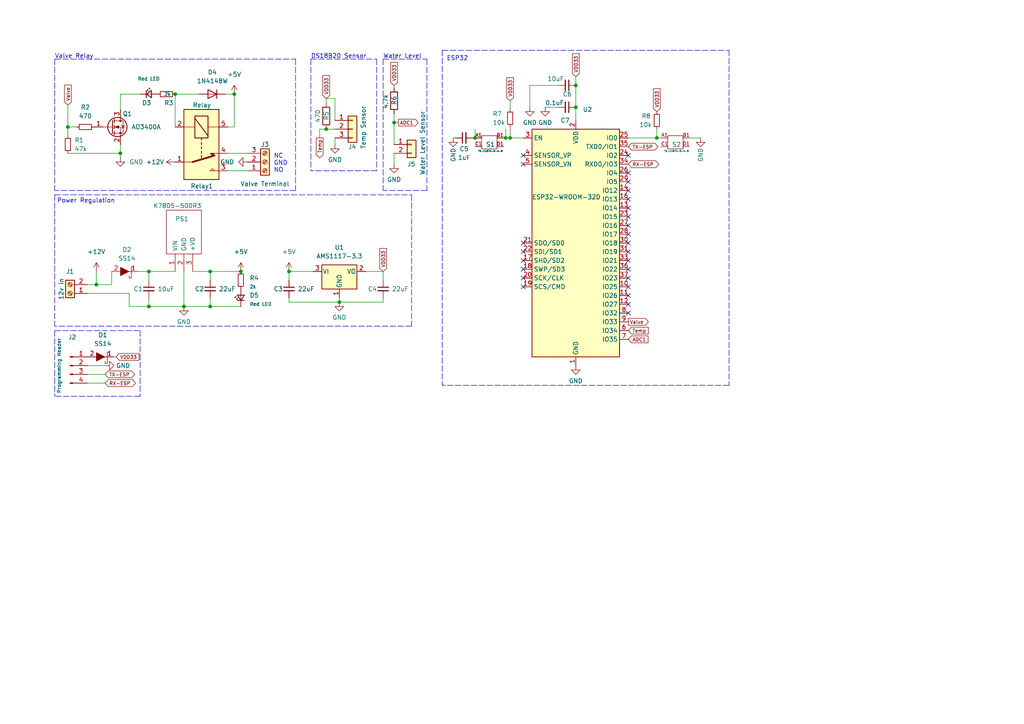
<source format=kicad_sch>
(kicad_sch (version 20211123) (generator eeschema)
  (paper "A4")
  (title_block (title "Wemos tank sensor ") (date "2022-01-26") (rev "1.0"))
  (lib_symbols
    (symbol "Connector:Conn_01x04_Male" (pin_names (offset 1.016) hide)
      (property "Reference" "J" (at 0 5.08 0))
      (property "Value" "Conn_01x04_Male" (at 0 -7.62 0))
      (symbol "Conn_01x04_Male_1_1"
        (polyline (pts (xy 1.27 -5.08) (xy 0.8636 -5.08)) (stroke (width 0.1524)))
        (polyline (pts (xy 1.27 -2.54) (xy 0.8636 -2.54)) (stroke (width 0.1524)))
        (polyline (pts (xy 1.27 0) (xy 0.8636 0)) (stroke (width 0.1524)))
        (polyline (pts (xy 1.27 2.54) (xy 0.8636 2.54)) (stroke (width 0.1524)))
        (rectangle (start 0.8636 -4.953) (end 0 -5.207) (stroke (width 0.1524)) (fill (type outline)))
        (rectangle (start 0.8636 -2.413) (end 0 -2.667) (stroke (width 0.1524)) (fill (type outline)))
        (rectangle (start 0.8636 0.127) (end 0 -0.127) (stroke (width 0.1524)) (fill (type outline)))
        (rectangle (start 0.8636 2.667) (end 0 2.413) (stroke (width 0.1524)) (fill (type outline)))
        (pin passive line (at 5.08 2.54 180) (length 3.81) (name "Pin_1") (number "1"))
        (pin passive line (at 5.08 0 180) (length 3.81) (name "Pin_2") (number "2"))
        (pin passive line (at 5.08 -2.54 180) (length 3.81) (name "Pin_3") (number "3"))
        (pin passive line (at 5.08 -5.08 180) (length 3.81) (name "Pin_4") (number "4"))
      )
    )
    (symbol "Connector:Screw_Terminal_01x02" (pin_names (offset 1.016) hide)
      (property "Reference" "J" (at 0 2.54 0))
      (property "Value" "Screw_Terminal_01x02" (at 0 -5.08 0))
      (symbol "Screw_Terminal_01x02_1_1"
        (rectangle (start -1.27 1.27) (end 1.27 -3.81) (stroke (width 0.254)) (fill (type background)))
        (circle (center 0 -2.54) (radius 0.635) (stroke (width 0.1524)))
        (polyline (pts (xy -0.5334 -2.2098) (xy 0.3302 -3.048)) (stroke (width 0.1524)))
        (polyline (pts (xy -0.5334 0.3302) (xy 0.3302 -0.508)) (stroke (width 0.1524)))
        (polyline (pts (xy -0.3556 -2.032) (xy 0.508 -2.8702)) (stroke (width 0.1524)))
        (polyline (pts (xy -0.3556 0.508) (xy 0.508 -0.3302)) (stroke (width 0.1524)))
        (circle (center 0 0) (radius 0.635) (stroke (width 0.1524)))
        (pin passive line (at -5.08 0 0) (length 3.81) (name "Pin_1") (number "1"))
        (pin passive line (at -5.08 -2.54 0) (length 3.81) (name "Pin_2") (number "2"))
      )
    )
    (symbol "Connector:Screw_Terminal_01x03" (pin_names (offset 1.016) hide)
      (property "Reference" "J" (at 0 5.08 0))
      (property "Value" "Screw_Terminal_01x03" (at 0 -5.08 0))
      (symbol "Screw_Terminal_01x03_1_1"
        (rectangle (start -1.27 3.81) (end 1.27 -3.81) (stroke (width 0.254)) (fill (type background)))
        (circle (center 0 -2.54) (radius 0.635) (stroke (width 0.1524)))
        (polyline (pts (xy -0.5334 -2.2098) (xy 0.3302 -3.048)) (stroke (width 0.1524)))
        (polyline (pts (xy -0.5334 0.3302) (xy 0.3302 -0.508)) (stroke (width 0.1524)))
        (polyline (pts (xy -0.5334 2.8702) (xy 0.3302 2.032)) (stroke (width 0.1524)))
        (polyline (pts (xy -0.3556 -2.032) (xy 0.508 -2.8702)) (stroke (width 0.1524)))
        (polyline (pts (xy -0.3556 0.508) (xy 0.508 -0.3302)) (stroke (width 0.1524)))
        (polyline (pts (xy -0.3556 3.048) (xy 0.508 2.2098)) (stroke (width 0.1524)))
        (circle (center 0 0) (radius 0.635) (stroke (width 0.1524)))
        (circle (center 0 2.54) (radius 0.635) (stroke (width 0.1524)))
        (pin passive line (at -5.08 2.54 0) (length 3.81) (name "Pin_1") (number "1"))
        (pin passive line (at -5.08 0 0) (length 3.81) (name "Pin_2") (number "2"))
        (pin passive line (at -5.08 -2.54 0) (length 3.81) (name "Pin_3") (number "3"))
      )
    )
    (symbol "Connector_Generic:Conn_01x02" (pin_names (offset 1.016) hide)
      (property "Reference" "J" (at 0 2.54 0))
      (property "Value" "Conn_01x02" (at 0 -5.08 0))
      (symbol "Conn_01x02_1_1"
        (rectangle (start -1.27 -2.413) (end 0 -2.667) (stroke (width 0.1524)))
        (rectangle (start -1.27 0.127) (end 0 -0.127) (stroke (width 0.1524)))
        (rectangle (start -1.27 1.27) (end 1.27 -3.81) (stroke (width 0.254)) (fill (type background)))
        (pin passive line (at -5.08 0 0) (length 3.81) (name "Pin_1") (number "1"))
        (pin passive line (at -5.08 -2.54 0) (length 3.81) (name "Pin_2") (number "2"))
      )
    )
    (symbol "Connector_Generic:Conn_01x03" (pin_names (offset 1.016) hide)
      (property "Reference" "J" (at 0 5.08 0))
      (property "Value" "Conn_01x03" (at 0 -5.08 0))
      (symbol "Conn_01x03_1_1"
        (rectangle (start -1.27 -2.413) (end 0 -2.667) (stroke (width 0.1524)))
        (rectangle (start -1.27 0.127) (end 0 -0.127) (stroke (width 0.1524)))
        (rectangle (start -1.27 2.667) (end 0 2.413) (stroke (width 0.1524)))
        (rectangle (start -1.27 3.81) (end 1.27 -3.81) (stroke (width 0.254)) (fill (type background)))
        (pin passive line (at -5.08 2.54 0) (length 3.81) (name "Pin_1") (number "1"))
        (pin passive line (at -5.08 0 0) (length 3.81) (name "Pin_2") (number "2"))
        (pin passive line (at -5.08 -2.54 0) (length 3.81) (name "Pin_3") (number "3"))
      )
    )
    (symbol "Device:C_Small" (pin_numbers hide) (pin_names (offset 0.254) hide)
      (property "Reference" "C" (at 0.254 1.778 0))
      (property "Value" "C_Small" (at 0.254 -2.032 0))
      (symbol "C_Small_0_1"
        (polyline (pts (xy -1.524 -0.508) (xy 1.524 -0.508)) (stroke (width 0.3302)))
        (polyline (pts (xy -1.524 0.508) (xy 1.524 0.508)) (stroke (width 0.3048)))
      )
      (symbol "C_Small_1_1"
        (pin passive line (at 0 2.54 270) (length 2.032) (name "~") (number "1"))
        (pin passive line (at 0 -2.54 90) (length 2.032) (name "~") (number "2"))
      )
    )
    (symbol "Device:LED_Small" (pin_numbers hide) (pin_names (offset 0.254) hide)
      (property "Reference" "D" (at -1.27 3.175 0))
      (property "Value" "LED_Small" (at -4.445 -2.54 0))
      (symbol "LED_Small_0_1"
        (polyline (pts (xy -0.762 -1.016) (xy -0.762 1.016)) (stroke (width 0.254)))
        (polyline (pts (xy 1.016 0) (xy -0.762 0)))
        (polyline (pts (xy 0.762 -1.016) (xy -0.762 0) (xy 0.762 1.016) (xy 0.762 -1.016)) (stroke (width 0.254)))
        (polyline (pts (xy 0 0.762) (xy -0.508 1.27) (xy -0.254 1.27) (xy -0.508 1.27) (xy -0.508 1.016)))
        (polyline (pts (xy 0.508 1.27) (xy 0 1.778) (xy 0.254 1.778) (xy 0 1.778) (xy 0 1.524)))
      )
      (symbol "LED_Small_1_1"
        (pin passive line (at -2.54 0 0) (length 1.778) (name "K") (number "1"))
        (pin passive line (at 2.54 0 180) (length 1.778) (name "A") (number "2"))
      )
    )
    (symbol "Device:R" (pin_numbers hide) (pin_names (offset 0))
      (property "Reference" "R" (at 2.032 0 90))
      (property "Value" "R" (at 0 0 90))
      (symbol "R_0_1"
        (rectangle (start -1.016 -2.54) (end 1.016 2.54) (stroke (width 0.254)))
      )
      (symbol "R_1_1"
        (pin passive line (at 0 3.81 270) (length 1.27) (name "~") (number "1"))
        (pin passive line (at 0 -3.81 90) (length 1.27) (name "~") (number "2"))
      )
    )
    (symbol "Device:R_Small" (pin_numbers hide) (pin_names (offset 0.254) hide)
      (property "Reference" "R" (at 0.762 0.508 0))
      (property "Value" "R_Small" (at 0.762 -1.016 0))
      (symbol "R_Small_0_1"
        (rectangle (start -0.762 1.778) (end 0.762 -1.778) (stroke (width 0.2032)))
      )
      (symbol "R_Small_1_1"
        (pin passive line (at 0 2.54 270) (length 0.762) (name "~") (number "1"))
        (pin passive line (at 0 -2.54 90) (length 0.762) (name "~") (number "2"))
      )
    )
    (symbol "Diode:1N4148W" (pin_numbers hide) (pin_names (offset 1.016) hide)
      (property "Reference" "D" (at 0 2.54 0))
      (property "Value" "1N4148W" (at 0 -2.54 0))
      (symbol "1N4148W_0_1"
        (polyline (pts (xy -1.27 1.27) (xy -1.27 -1.27)) (stroke (width 0.254)))
        (polyline (pts (xy 1.27 0) (xy -1.27 0)))
        (polyline (pts (xy 1.27 1.27) (xy 1.27 -1.27) (xy -1.27 0) (xy 1.27 1.27)) (stroke (width 0.254)))
      )
      (symbol "1N4148W_1_1"
        (pin passive line (at -3.81 0 0) (length 2.54) (name "K") (number "1"))
        (pin passive line (at 3.81 0 180) (length 2.54) (name "A") (number "2"))
      )
    )
    (symbol "RF_Module:ESP32-WROOM-32D"
      (property "Reference" "U" (at -12.7 34.29 0))
      (property "Value" "ESP32-WROOM-32D" (at 1.27 34.29 0))
      (symbol "ESP32-WROOM-32D_0_1"
        (rectangle (start -12.7 33.02) (end 12.7 -33.02) (stroke (width 0.254)) (fill (type background)))
      )
      (symbol "ESP32-WROOM-32D_1_1"
        (pin power_in line (at 0 -35.56 90) (length 2.54) (name "GND") (number "1"))
        (pin bidirectional line (at 15.24 -12.7 180) (length 2.54) (name "IO25") (number "10"))
        (pin bidirectional line (at 15.24 -15.24 180) (length 2.54) (name "IO26") (number "11"))
        (pin bidirectional line (at 15.24 -17.78 180) (length 2.54) (name "IO27") (number "12"))
        (pin bidirectional line (at 15.24 10.16 180) (length 2.54) (name "IO14") (number "13"))
        (pin bidirectional line (at 15.24 15.24 180) (length 2.54) (name "IO12") (number "14"))
        (pin passive line (at 0 -35.56 90) (length 2.54) hide (name "GND") (number "15"))
        (pin bidirectional line (at 15.24 12.7 180) (length 2.54) (name "IO13") (number "16"))
        (pin bidirectional line (at -15.24 -5.08 0) (length 2.54) (name "SHD/SD2") (number "17"))
        (pin bidirectional line (at -15.24 -7.62 0) (length 2.54) (name "SWP/SD3") (number "18"))
        (pin bidirectional line (at -15.24 -12.7 0) (length 2.54) (name "SCS/CMD") (number "19"))
        (pin power_in line (at 0 35.56 270) (length 2.54) (name "VDD") (number "2"))
        (pin bidirectional line (at -15.24 -10.16 0) (length 2.54) (name "SCK/CLK") (number "20"))
        (pin bidirectional line (at -15.24 0 0) (length 2.54) (name "SDO/SD0") (number "21"))
        (pin bidirectional line (at -15.24 -2.54 0) (length 2.54) (name "SDI/SD1") (number "22"))
        (pin bidirectional line (at 15.24 7.62 180) (length 2.54) (name "IO15") (number "23"))
        (pin bidirectional line (at 15.24 25.4 180) (length 2.54) (name "IO2") (number "24"))
        (pin bidirectional line (at 15.24 30.48 180) (length 2.54) (name "IO0") (number "25"))
        (pin bidirectional line (at 15.24 20.32 180) (length 2.54) (name "IO4") (number "26"))
        (pin bidirectional line (at 15.24 5.08 180) (length 2.54) (name "IO16") (number "27"))
        (pin bidirectional line (at 15.24 2.54 180) (length 2.54) (name "IO17") (number "28"))
        (pin bidirectional line (at 15.24 17.78 180) (length 2.54) (name "IO5") (number "29"))
        (pin input line (at -15.24 30.48 0) (length 2.54) (name "EN") (number "3"))
        (pin bidirectional line (at 15.24 0 180) (length 2.54) (name "IO18") (number "30"))
        (pin bidirectional line (at 15.24 -2.54 180) (length 2.54) (name "IO19") (number "31"))
        (pin no_connect line (at -12.7 -27.94 0) (length 2.54) hide (name "NC") (number "32"))
        (pin bidirectional line (at 15.24 -5.08 180) (length 2.54) (name "IO21") (number "33"))
        (pin bidirectional line (at 15.24 22.86 180) (length 2.54) (name "RXD0/IO3") (number "34"))
        (pin bidirectional line (at 15.24 27.94 180) (length 2.54) (name "TXD0/IO1") (number "35"))
        (pin bidirectional line (at 15.24 -7.62 180) (length 2.54) (name "IO22") (number "36"))
        (pin bidirectional line (at 15.24 -10.16 180) (length 2.54) (name "IO23") (number "37"))
        (pin passive line (at 0 -35.56 90) (length 2.54) hide (name "GND") (number "38"))
        (pin passive line (at 0 -35.56 90) (length 2.54) hide (name "GND") (number "39"))
        (pin input line (at -15.24 25.4 0) (length 2.54) (name "SENSOR_VP") (number "4"))
        (pin input line (at -15.24 22.86 0) (length 2.54) (name "SENSOR_VN") (number "5"))
        (pin input line (at 15.24 -25.4 180) (length 2.54) (name "IO34") (number "6"))
        (pin input line (at 15.24 -27.94 180) (length 2.54) (name "IO35") (number "7"))
        (pin bidirectional line (at 15.24 -20.32 180) (length 2.54) (name "IO32") (number "8"))
        (pin bidirectional line (at 15.24 -22.86 180) (length 2.54) (name "IO33") (number "9"))
      )
    )
    (symbol "Regulator_Linear:AMS1117-3.3" (pin_names (offset 0.254))
      (property "Reference" "U" (at -3.81 3.175 0))
      (property "Value" "AMS1117-3.3" (at 0 3.175 0))
      (symbol "AMS1117-3.3_0_1"
        (rectangle (start -5.08 -5.08) (end 5.08 1.905) (stroke (width 0.254)) (fill (type background)))
      )
      (symbol "AMS1117-3.3_1_1"
        (pin power_in line (at 0 -7.62 90) (length 2.54) (name "GND") (number "1"))
        (pin power_out line (at 7.62 0 180) (length 2.54) (name "VO") (number "2"))
        (pin power_in line (at -7.62 0 0) (length 2.54) (name "VI") (number "3"))
      )
    )
    (symbol "Relay:SANYOU_SRD_Form_C"
      (property "Reference" "K" (at 11.43 3.81 0))
      (property "Value" "SANYOU_SRD_Form_C" (at 11.43 1.27 0))
      (symbol "SANYOU_SRD_Form_C_0_0"
        (polyline (pts (xy 7.62 5.08) (xy 7.62 2.54) (xy 6.985 3.175) (xy 7.62 3.81)))
      )
      (symbol "SANYOU_SRD_Form_C_0_1"
        (rectangle (start -10.16 5.08) (end 10.16 -5.08) (stroke (width 0.254)) (fill (type background)))
        (rectangle (start -8.255 1.905) (end -1.905 -1.905) (stroke (width 0.254)))
        (polyline (pts (xy -7.62 -1.905) (xy -2.54 1.905)) (stroke (width 0.254)))
        (polyline (pts (xy -5.08 -5.08) (xy -5.08 -1.905)))
        (polyline (pts (xy -5.08 5.08) (xy -5.08 1.905)))
        (polyline (pts (xy -1.905 0) (xy -1.27 0)) (stroke (width 0.254)))
        (polyline (pts (xy -0.635 0) (xy 0 0)) (stroke (width 0.254)))
        (polyline (pts (xy 0.635 0) (xy 1.27 0)) (stroke (width 0.254)))
        (polyline (pts (xy 1.905 0) (xy 2.54 0)) (stroke (width 0.254)))
        (polyline (pts (xy 3.175 0) (xy 3.81 0)) (stroke (width 0.254)))
        (polyline (pts (xy 5.08 -2.54) (xy 3.175 3.81)) (stroke (width 0.508)))
        (polyline (pts (xy 5.08 -2.54) (xy 5.08 -5.08)))
      )
      (symbol "SANYOU_SRD_Form_C_1_1"
        (polyline (pts (xy 2.54 3.81) (xy 3.175 3.175) (xy 2.54 2.54) (xy 2.54 5.08)) (fill (type outline)))
        (pin passive line (at 5.08 -7.62 90) (length 2.54) (name "~") (number "1"))
        (pin passive line (at -5.08 -7.62 90) (length 2.54) (name "~") (number "2"))
        (pin passive line (at 7.62 7.62 270) (length 2.54) (name "~") (number "3"))
        (pin passive line (at 2.54 7.62 270) (length 2.54) (name "~") (number "4"))
        (pin passive line (at -5.08 7.62 270) (length 2.54) (name "~") (number "5"))
      )
    )
    (symbol "SamacSys_Parts:K7805-500R3" (pin_names (offset 0.762))
      (property "Reference" "PS" (at 19.05 7.62 0))
      (property "Value" "K7805-500R3" (at 19.05 5.08 0))
      (symbol "K7805-500R3_0_0"
        (pin passive line (at 0 0 0) (length 5.08) (name "VIN") (number "1"))
        (pin passive line (at 0 -2.54 0) (length 5.08) (name "GND") (number "2"))
        (pin passive line (at 0 -5.08 0) (length 5.08) (name "+VO") (number "3"))
      )
      (symbol "K7805-500R3_0_1"
        (polyline (pts (xy 5.08 2.54) (xy 17.78 2.54) (xy 17.78 -7.62) (xy 5.08 -7.62) (xy 5.08 2.54)) (stroke (width 0.1524)))
      )
    )
    (symbol "SamacSys_Parts:SS14" (pin_names (offset 0.762))
      (property "Reference" "D" (at 12.7 8.89 0))
      (property "Value" "SS14" (at 12.7 6.35 0))
      (symbol "SS14_0_0"
        (pin passive line (at 1.27 11.43 0) (length 2.54) (name "~") (number "1"))
        (pin passive line (at 8.89 11.43 180) (length 2.54) (name "~") (number "2"))
      )
      (symbol "SS14_0_1"
        (polyline (pts (xy 3.175 11.43) (xy 3.175 10.16) (xy 2.54 10.16) (xy 2.54 10.795)))
        (polyline (pts (xy 3.175 11.43) (xy 3.175 13.335) (xy 3.81 13.335) (xy 3.81 12.7)))
        (polyline (pts (xy 3.81 11.43) (xy 6.35 12.7) (xy 6.35 10.16) (xy 3.81 11.43)) (stroke (width 0.1)) (fill (type outline)))
      )
    )
    (symbol "TS-1187A-B-A-B:TS-1187A-B-A-B" (pin_names (offset 0.762))
      (property "Reference" "S?" (at 15.24 8.255 0))
      (property "Value" "TS-1187A-B-A-B" (at 15.24 5.715 0))
      (symbol "TS-1187A-B-A-B_0_0"
        (pin passive line (at 6.985 1.905 0) (length 2) (name "") (number "A1"))
        (pin passive line (at 15.24 1.905 180) (length 2) (name "") (number "B1"))
        (pin passive line (at 6.985 -0.635 0) (length 2) (name "") (number "C1"))
        (pin passive line (at 15.24 -0.635 180) (length 2) (name "") (number "D1"))
      )
      (symbol "TS-1187A-B-A-B_0_1"
        (rectangle (start 8.89 2.54) (end 13.335 -1.27))
      )
    )
    (symbol "Transistor_FET:AO3400A" (pin_names hide)
      (property "Reference" "Q" (at 5.08 1.905 0))
      (property "Value" "AO3400A" (at 5.08 0 0))
      (symbol "AO3400A_0_1"
        (polyline (pts (xy 0.254 0) (xy -2.54 0)))
        (polyline (pts (xy 0.254 1.905) (xy 0.254 -1.905)) (stroke (width 0.254)))
        (polyline (pts (xy 0.762 -1.27) (xy 0.762 -2.286)) (stroke (width 0.254)))
        (polyline (pts (xy 0.762 0.508) (xy 0.762 -0.508)) (stroke (width 0.254)))
        (polyline (pts (xy 0.762 2.286) (xy 0.762 1.27)) (stroke (width 0.254)))
        (polyline (pts (xy 2.54 2.54) (xy 2.54 1.778)))
        (polyline (pts (xy 2.54 -2.54) (xy 2.54 0) (xy 0.762 0)))
        (polyline (pts (xy 0.762 -1.778) (xy 3.302 -1.778) (xy 3.302 1.778) (xy 0.762 1.778)))
        (polyline (pts (xy 1.016 0) (xy 2.032 0.381) (xy 2.032 -0.381) (xy 1.016 0)) (fill (type outline)))
        (polyline (pts (xy 2.794 0.508) (xy 2.921 0.381) (xy 3.683 0.381) (xy 3.81 0.254)))
        (polyline (pts (xy 3.302 0.381) (xy 2.921 -0.254) (xy 3.683 -0.254) (xy 3.302 0.381)))
        (circle (center 1.651 0) (radius 2.794) (stroke (width 0.254)))
        (circle (center 2.54 -1.778) (radius 0.254) (fill (type outline)))
        (circle (center 2.54 1.778) (radius 0.254) (fill (type outline)))
      )
      (symbol "AO3400A_1_1"
        (pin input line (at -5.08 0 0) (length 2.54) (name "G") (number "1"))
        (pin passive line (at 2.54 -5.08 90) (length 2.54) (name "S") (number "2"))
        (pin passive line (at 2.54 5.08 270) (length 2.54) (name "D") (number "3"))
      )
    )
    (symbol "power:+12V" (power) (pin_names (offset 0))
      (property "Value" "+12V" (at 0 3.556 0))
      (symbol "+12V_0_1"
        (polyline (pts (xy -0.762 1.27) (xy 0 2.54)))
        (polyline (pts (xy 0 0) (xy 0 2.54)))
        (polyline (pts (xy 0 2.54) (xy 0.762 1.27)))
      )
      (symbol "+12V_1_1"
        (pin power_in line (at 0 0 90) (length 0) hide (name "+12V") (number "1"))
      )
    )
    (symbol "power:+5V" (power) (pin_names (offset 0))
      (property "Value" "+5V" (at 0 3.556 0))
      (symbol "+5V_0_1"
        (polyline (pts (xy -0.762 1.27) (xy 0 2.54)))
        (polyline (pts (xy 0 0) (xy 0 2.54)))
        (polyline (pts (xy 0 2.54) (xy 0.762 1.27)))
      )
      (symbol "+5V_1_1"
        (pin power_in line (at 0 0 90) (length 0) hide (name "+5V") (number "1"))
      )
    )
    (symbol "power:GND" (power) (pin_names (offset 0))
      (property "Value" "GND" (at 0 -3.81 0))
      (symbol "GND_0_1"
        (polyline (pts (xy 0 0) (xy 0 -1.27) (xy 1.27 -1.27) (xy 0 -2.54) (xy -1.27 -1.27) (xy 0 -1.27)))
      )
      (symbol "GND_1_1"
        (pin power_in line (at 0 0 270) (length 0) hide (name "GND") (number "1"))
      )
    )
  )
  (junction (at 60.96 88.9))
  (junction (at 146.685 40.005))
  (junction (at 67.945 27.305))
  (junction (at 50.8 27.305))
  (junction (at 43.18 88.9))
  (junction (at 43.18 78.74))
  (junction (at 94.615 37.465))
  (junction (at 147.955 40.005))
  (junction (at 190.5 40.005))
  (junction (at 34.925 44.45))
  (junction (at 167.005 24.765))
  (junction (at 19.685 36.83))
  (junction (at 98.425 87.63))
  (junction (at 137.795 40.005))
  (junction (at 83.82 78.74))
  (junction (at 167.005 31.115))
  (junction (at 53.34 88.9))
  (junction (at 27.94 82.55))
  (junction (at 60.96 78.74))
  (junction (at 114.3 35.56))
  (junction (at 69.85 78.74))
  (no_connect (at 151.765 47.625))
  (no_connect (at 151.765 83.185))
  (no_connect (at 151.765 80.645))
  (no_connect (at 151.765 78.105))
  (no_connect (at 151.765 75.565))
  (no_connect (at 151.765 73.025))
  (no_connect (at 151.765 70.485))
  (no_connect (at 182.245 83.185))
  (no_connect (at 182.245 85.725))
  (no_connect (at 182.245 88.265))
  (no_connect (at 182.245 90.805))
  (no_connect (at 182.245 65.405))
  (no_connect (at 182.245 67.945))
  (no_connect (at 182.245 70.485))
  (no_connect (at 182.245 73.025))
  (no_connect (at 182.245 75.565))
  (no_connect (at 182.245 78.105))
  (no_connect (at 182.245 80.645))
  (no_connect (at 151.765 45.085))
  (no_connect (at 182.245 57.785))
  (no_connect (at 182.245 60.325))
  (no_connect (at 182.245 62.865))
  (no_connect (at 182.245 50.165))
  (no_connect (at 182.245 52.705))
  (no_connect (at 182.245 55.245))
  (no_connect (at 182.245 45.085))
  (wire (pts (xy 111.125 78.74) (xy 111.125 81.28)))
  (wire (pts (xy 131.445 40.005) (xy 132.08 40.005)))
  (polyline (pts (xy 40.64 114.935) (xy 15.875 114.935)))
  (polyline (pts (xy 128.27 14.605) (xy 128.27 111.76)))
  (wire (pts (xy 83.82 87.63) (xy 98.425 87.63)))
  (polyline (pts (xy 15.875 56.515) (xy 119.38 56.515)))
  (wire (pts (xy 66.04 49.53) (xy 71.755 49.53)))
  (wire (pts (xy 32.385 78.74) (xy 32.385 82.55)))
  (wire (pts (xy 55.88 78.74) (xy 60.96 78.74)))
  (wire (pts (xy 158.115 31.115) (xy 161.925 31.115)))
  (wire (pts (xy 182.245 40.005) (xy 190.5 40.005)))
  (wire (pts (xy 34.925 27.305) (xy 34.925 31.75)))
  (wire (pts (xy 40.005 78.74) (xy 43.18 78.74)))
  (wire (pts (xy 114.3 25.4) (xy 114.3 24.765)))
  (wire (pts (xy 200.025 40.005) (xy 203.2 40.005)))
  (wire (pts (xy 27.94 78.74) (xy 27.94 82.55)))
  (wire (pts (xy 98.425 86.36) (xy 98.425 87.63)))
  (wire (pts (xy 25.4 106.045) (xy 30.48 106.045)))
  (polyline (pts (xy 15.875 17.145) (xy 85.725 17.145)))
  (wire (pts (xy 34.925 44.45) (xy 34.925 45.72)))
  (wire (pts (xy 146.685 40.005) (xy 147.955 40.005)))
  (wire (pts (xy 146.05 40.005) (xy 146.685 40.005)))
  (wire (pts (xy 67.945 27.305) (xy 67.945 36.83)))
  (polyline (pts (xy 123.825 55.245) (xy 111.125 55.245)))
  (wire (pts (xy 43.18 88.9) (xy 53.34 88.9)))
  (polyline (pts (xy 119.38 56.515) (xy 119.38 94.615)))
  (wire (pts (xy 37.465 88.9) (xy 43.18 88.9)))
  (polyline (pts (xy 90.17 17.145) (xy 109.22 17.145)))
  (wire (pts (xy 40.64 27.305) (xy 34.925 27.305)))
  (polyline (pts (xy 111.125 17.145) (xy 123.825 17.145)))
  (wire (pts (xy 83.82 78.74) (xy 83.82 81.28)))
  (wire (pts (xy 92.71 40.005) (xy 92.71 37.465)))
  (wire (pts (xy 167.005 24.765) (xy 167.005 31.115)))
  (wire (pts (xy 60.96 78.74) (xy 69.85 78.74)))
  (wire (pts (xy 83.82 86.36) (xy 83.82 87.63)))
  (wire (pts (xy 53.34 78.74) (xy 53.34 88.9)))
  (wire (pts (xy 33.02 103.505) (xy 33.655 103.505)))
  (wire (pts (xy 19.685 30.48) (xy 19.685 36.83)))
  (wire (pts (xy 43.18 86.36) (xy 43.18 88.9)))
  (wire (pts (xy 43.18 78.74) (xy 50.8 78.74)))
  (polyline (pts (xy 109.22 17.145) (xy 109.22 49.53)))
  (polyline (pts (xy 15.875 56.515) (xy 15.875 94.615)))
  (wire (pts (xy 50.8 27.305) (xy 50.8 36.83)))
  (wire (pts (xy 114.3 35.56) (xy 114.3 41.91)))
  (wire (pts (xy 30.48 108.585) (xy 25.4 108.585)))
  (wire (pts (xy 32.385 82.55) (xy 27.94 82.55)))
  (wire (pts (xy 66.04 44.45) (xy 71.755 44.45)))
  (polyline (pts (xy 119.38 94.615) (xy 15.875 94.615)))
  (wire (pts (xy 167.005 31.115) (xy 167.005 34.925)))
  (wire (pts (xy 94.615 28.575) (xy 94.615 29.845)))
  (wire (pts (xy 43.18 81.28) (xy 43.18 78.74)))
  (wire (pts (xy 147.955 36.83) (xy 147.955 40.005)))
  (wire (pts (xy 60.96 86.36) (xy 60.96 88.9)))
  (wire (pts (xy 111.125 87.63) (xy 111.125 86.36)))
  (polyline (pts (xy 90.17 17.145) (xy 90.17 49.53)))
  (polyline (pts (xy 85.725 55.245) (xy 15.875 55.245)))
  (wire (pts (xy 67.945 36.83) (xy 66.04 36.83)))
  (polyline (pts (xy 40.64 95.885) (xy 40.64 114.935)))
  (wire (pts (xy 19.685 39.37) (xy 19.685 36.83)))
  (wire (pts (xy 114.3 35.56) (xy 115.57 35.56)))
  (wire (pts (xy 94.615 37.465) (xy 97.155 37.465)))
  (wire (pts (xy 19.685 36.83) (xy 22.225 36.83)))
  (wire (pts (xy 37.465 85.09) (xy 37.465 88.9)))
  (wire (pts (xy 137.16 40.005) (xy 137.795 40.005)))
  (wire (pts (xy 60.96 88.9) (xy 53.34 88.9)))
  (wire (pts (xy 147.955 40.005) (xy 151.765 40.005)))
  (wire (pts (xy 106.045 78.74) (xy 111.125 78.74)))
  (wire (pts (xy 146.685 40.005) (xy 146.685 37.465)))
  (wire (pts (xy 94.615 28.575) (xy 97.155 28.575)))
  (wire (pts (xy 97.155 28.575) (xy 97.155 34.925)))
  (polyline (pts (xy 211.455 14.605) (xy 211.455 111.76)))
  (wire (pts (xy 114.3 44.45) (xy 114.3 47.625)))
  (wire (pts (xy 147.955 29.21) (xy 147.955 31.75)))
  (wire (pts (xy 190.5 40.005) (xy 191.77 40.005)))
  (wire (pts (xy 190.5 37.465) (xy 190.5 40.005)))
  (wire (pts (xy 97.155 41.91) (xy 97.155 40.005)))
  (wire (pts (xy 19.685 44.45) (xy 34.925 44.45)))
  (wire (pts (xy 153.67 24.765) (xy 153.67 31.115)))
  (wire (pts (xy 98.425 87.63) (xy 111.125 87.63)))
  (wire (pts (xy 114.3 33.02) (xy 114.3 35.56)))
  (wire (pts (xy 83.82 78.74) (xy 90.805 78.74)))
  (wire (pts (xy 25.4 82.55) (xy 27.94 82.55)))
  (wire (pts (xy 137.795 37.465) (xy 137.795 40.005)))
  (polyline (pts (xy 85.725 17.145) (xy 85.725 55.245)))
  (wire (pts (xy 25.4 85.09) (xy 37.465 85.09)))
  (wire (pts (xy 69.85 88.9) (xy 60.96 88.9)))
  (wire (pts (xy 92.71 37.465) (xy 94.615 37.465)))
  (polyline (pts (xy 211.455 111.76) (xy 128.27 111.76)))
  (wire (pts (xy 30.48 111.125) (xy 25.4 111.125)))
  (wire (pts (xy 60.96 81.28) (xy 60.96 78.74)))
  (polyline (pts (xy 111.125 17.145) (xy 111.125 55.245)))
  (wire (pts (xy 161.925 24.765) (xy 153.67 24.765)))
  (wire (pts (xy 34.925 41.91) (xy 34.925 44.45)))
  (wire (pts (xy 50.8 27.305) (xy 57.785 27.305)))
  (polyline (pts (xy 15.875 95.885) (xy 15.875 114.935)))
  (polyline (pts (xy 128.27 14.605) (xy 211.455 14.605)))
  (wire (pts (xy 167.005 22.225) (xy 167.005 24.765)))
  (polyline (pts (xy 15.875 17.145) (xy 15.875 55.245)))
  (wire (pts (xy 65.405 27.305) (xy 67.945 27.305)))
  (polyline (pts (xy 15.875 95.885) (xy 40.64 95.885)))
  (polyline (pts (xy 109.22 49.53) (xy 90.17 49.53)))
  (polyline (pts (xy 123.825 17.145) (xy 123.825 55.245)))
  (text "DS18B20 Sensor\n" (at 90.17 17.145 0) (effects (font (size 1.27 1.27)) (justify left bottom)))
  (text "NC\nGND\nNO" (at 79.375 50.165 0) (effects (font (size 1.27 1.27)) (justify left bottom)))
  (text "Water Level" (at 111.125 17.145 0) (effects (font (size 1.27 1.27)) (justify left bottom)))
  (text "Power Regulation\n" (at 16.51 59.055 0) (effects (font (size 1.27 1.27)) (justify left bottom)))
  (text "ESP32\n" (at 129.54 17.78 0) (effects (font (size 1.27 1.27)) (justify left bottom)))
  (text "Valve Relay" (at 15.875 17.145 0) (effects (font (size 1.27 1.27)) (justify left bottom)))
  (global_label "Temp" (shape output) (at 92.71 40.005 270) (effects (font (size 1 1))) (property "Intersheet References" "${INTERSHEET_REFS}" (effects hide)))
  (global_label "ADC1" (shape input) (at 182.245 98.425 0) (effects (font (size 1 1))) (property "Intersheet References" "${INTERSHEET_REFS}" (effects hide)))
  (global_label "Valve" (shape input) (at 19.685 30.48 90) (effects (font (size 1 1))) (property "Intersheet References" "${INTERSHEET_REFS}" (effects hide)))
  (global_label "Temp" (shape input) (at 182.245 95.885 0) (effects (font (size 1 1))) (property "Intersheet References" "${INTERSHEET_REFS}" (effects hide)))
  (global_label "VDD33" (shape input) (at 111.125 78.74 90) (effects (font (size 1 1))) (property "Intersheet References" "${INTERSHEET_REFS}" (effects hide)))
  (global_label "RX-ESP" (shape bidirectional) (at 30.48 111.125 0) (effects (font (size 1 1))) (property "Intersheet References" "${INTERSHEET_REFS}" (effects hide)))
  (global_label "TX-ESP" (shape bidirectional) (at 30.48 108.585 0) (effects (font (size 1 1))) (property "Intersheet References" "${INTERSHEET_REFS}" (effects hide)))
  (global_label "RX-ESP" (shape bidirectional) (at 182.245 47.625 0) (effects (font (size 1 1))) (property "Intersheet References" "${INTERSHEET_REFS}" (effects hide)))
  (global_label "VDD33" (shape input) (at 33.655 103.505 0) (effects (font (size 1 1))) (property "Intersheet References" "${INTERSHEET_REFS}" (effects hide)))
  (global_label "TX-ESP" (shape bidirectional) (at 182.245 42.545 0) (effects (font (size 1 1))) (property "Intersheet References" "${INTERSHEET_REFS}" (effects hide)))
  (global_label "ADC1" (shape output) (at 115.57 35.56 0) (effects (font (size 1 1))) (property "Intersheet References" "${INTERSHEET_REFS}" (effects hide)))
  (global_label "Valve" (shape output) (at 182.245 93.345 0) (effects (font (size 1 1))) (property "Intersheet References" "${INTERSHEET_REFS}" (effects hide)))
  (global_label "VDD33" (shape input) (at 147.955 29.21 90) (effects (font (size 1 1))) (property "Intersheet References" "${INTERSHEET_REFS}" (effects hide)))
  (global_label "VDD33" (shape input) (at 167.005 22.225 90) (effects (font (size 1 1))) (property "Intersheet References" "${INTERSHEET_REFS}" (effects hide)))
  (global_label "VDD33" (shape input) (at 190.5 32.385 90) (effects (font (size 1 1))) (property "Intersheet References" "${INTERSHEET_REFS}" (effects hide)))
  (global_label "VDD33" (shape input) (at 94.615 28.575 90) (effects (font (size 1 1))) (property "Intersheet References" "${INTERSHEET_REFS}" (effects hide)))
  (global_label "VDD33" (shape input) (at 114.3 24.765 90) (effects (font (size 1 1))) (property "Intersheet References" "${INTERSHEET_REFS}" (effects hide)))
  (symbol (lib_id "Device:LED_Small") (at 69.85 86.36 90) (unit 1)
    (property "Reference" "D5" (at 72.39 85.6614 90) (effects (justify right)))
    (property "Value" "Red LED" (at 72.39 88.2015 90) (effects (font (size 1 1)) (justify right)))
    (property "Footprint" "LED_SMD:LED_0805_2012Metric" (effects hide))
  )
  (symbol (lib_id "Relay:SANYOU_SRD_Form_C") (at 58.42 41.91 270) (unit 1)
    (property "Reference" "Relay1" (at 55.245 53.975 90) (effects (justify left)))
    (property "Value" "Relay" (at 55.88 30.48 90) (effects (justify left)))
    (property "Footprint" "Relay_THT:Relay_SPDT_SANYOU_SRD_Series_Form_C" (effects hide))
    (property "Datasheet" "http://www.sanyourelay.ca/public/products/pdf/SRD.pdf" (effects hide))
  )
  (symbol (lib_id "Transistor_FET:AO3400A") (at 32.385 36.83 0) (unit 1)
    (property "Reference" "Q1" (at 35.56 33.02 0) (effects (justify left)))
    (property "Value" "AO3400A" (at 38.1 36.83 0) (effects (justify left)))
    (property "Footprint" "Package_TO_SOT_SMD:SOT-23" (effects hide))
    (property "Datasheet" "http://www.aosmd.com/pdfs/datasheet/AO3400A.pdf" (effects hide))
  )
  (symbol (lib_id "power:GND") (at 34.925 45.72 0) (unit 1)
    (property "Reference" "#PWR03" (effects hide))
    (property "Value" "GND" (at 37.465 46.9899 0) (effects (justify left)))
  )
  (symbol (lib_id "Device:C_Small") (at 60.96 83.82 0) (unit 1)
    (property "Reference" "C2" (at 56.515 83.82 0) (effects (justify left)))
    (property "Value" "22uF" (at 63.5 83.82 0) (effects (justify left)))
    (property "Footprint" "Capacitor_SMD:C_0805_2012Metric" (effects hide))
    (property "Voltage" "10v" (effects hide))
  )
  (symbol (lib_id "power:GND") (at 203.2 40.005 0) (unit 1)
    (property "Reference" "#PWR017" (effects hide))
    (property "Value" "GND" (at 203.2 46.99 90) (effects (justify left)))
  )
  (symbol (lib_id "Regulator_Linear:AMS1117-3.3") (at 98.425 78.74 0) (unit 1)
    (property "Reference" "U1" (at 98.425 71.755 0))
    (property "Value" "AMS1117-3.3" (at 98.425 74.295 0))
    (property "Footprint" "Package_TO_SOT_SMD:SOT-223-3_TabPin2" (effects hide))
    (property "Datasheet" "http://www.advanced-monolithic.com/pdf/ds1117.pdf" (effects hide))
  )
  (symbol (lib_id "TS-1187A-B-A-B:TS-1187A-B-A-B") (at 184.785 41.91 0) (unit 1)
    (property "Reference" "S2" (at 196.215 41.91 0))
    (property "Value" "TS-1187A-B-A-B" (at 196.215 43.815 0) (effects (font (size 0.5 0.5))))
    (property "Footprint" "SamacSys_Parts:TS1187ABAB" (effects hide))
    (property "Datasheet" "http://www.helloxkb.com/public/images/pdf/TS-1187A-B-A-B-.pdf" (effects hide))
    (property "Description" "Tactile Switches SPST 5.10mm x 5.10mm 0.40mm 50mA @ 12VDC SMD RoHS" (effects hide))
    (property "Height" "4.05" (effects hide))
    (property "Manufacturer_Name" "XKB Connectivity" (effects hide))
    (property "Manufacturer_Part_Number" "TS-1187A-B-A-B" (effects hide))
  )
  (symbol (lib_id "Connector:Screw_Terminal_01x02") (at 20.32 85.09 180) (unit 1)
    (property "Reference" "J1" (at 20.32 78.74 0))
    (property "Value" "12v in" (at 17.78 83.82 90))
    (property "Footprint" "TerminalBlock_Phoenix:TerminalBlock_Phoenix_MKDS-1,5-2_1x02_P5.00mm_Horizontal" (effects hide))
  )
  (symbol (lib_id "Device:C_Small") (at 43.18 83.82 0) (unit 1)
    (property "Reference" "C1" (at 38.735 83.82 0) (effects (justify left)))
    (property "Value" "10uF" (at 45.72 83.82 0) (effects (justify left)))
    (property "Footprint" "Capacitor_SMD:C_0805_2012Metric" (effects hide))
    (property "Voltage" "50v" (effects hide))
  )
  (symbol (lib_id "Device:C_Small") (at 111.125 83.82 0) (unit 1)
    (property "Reference" "C4" (at 106.68 83.82 0) (effects (justify left)))
    (property "Value" "22uF" (at 113.665 83.82 0) (effects (justify left)))
    (property "Footprint" "Capacitor_SMD:C_0805_2012Metric" (effects hide))
    (property "Voltage" "10v" (effects hide))
  )
  (symbol (lib_id "Device:LED_Small") (at 43.18 27.305 0) (unit 1)
    (property "Reference" "D3" (at 43.8786 29.845 0) (effects (justify right)))
    (property "Value" "Red LED" (at 46.355 22.86 0) (effects (font (size 1 1)) (justify right)))
    (property "Footprint" "LED_SMD:LED_0805_2012Metric" (effects hide))
  )
  (symbol (lib_id "Device:C_Small") (at 164.465 24.765 270) (unit 1)
    (property "Reference" "C6" (at 163.195 27.305 90) (effects (justify left)))
    (property "Value" "10uF" (at 158.75 22.86 90) (effects (justify left)))
    (property "Footprint" "Capacitor_SMD:C_0805_2012Metric" (effects hide))
  )
  (symbol (lib_id "Connector_Generic:Conn_01x03") (at 102.235 37.465 0) (unit 1)
    (property "Reference" "J4" (at 100.965 42.545 0) (effects (justify left)))
    (property "Value" "Temp Sensor" (at 105.41 43.18 90) (effects (justify left)))
    (property "Footprint" "Connector_JST:JST_XH_S3B-XH-A-1_1x03_P2.50mm_Horizontal" (effects hide))
  )
  (symbol (lib_id "power:+5V") (at 69.85 78.74 0) (unit 1)
    (property "Reference" "#PWR07" (effects hide))
    (property "Value" "+5V" (at 69.85 73.025 0))
  )
  (symbol (lib_id "Connector:Conn_01x04_Male") (at 20.32 106.045 0) (unit 1)
    (property "Reference" "J2" (at 20.955 97.79 0))
    (property "Value" "Programming Header" (at 17.145 106.045 90) (effects (font (size 1 1))))
    (property "Footprint" "Connector_PinHeader_2.54mm:PinHeader_1x04_P2.54mm_Vertical" (effects hide))
  )
  (symbol (lib_id "SamacSys_Parts:K7805-500R3") (at 50.8 78.74 90) (unit 1)
    (property "Reference" "PS1" (at 50.8 63.5 90) (effects (justify right)))
    (property "Value" "K7805-500R3" (at 44.45 59.69 90) (effects (justify right)))
    (property "Footprint" "SamacSys_Parts:K7805500R3" (effects hide))
    (property "Description" "Wide input voltage non-isolated and regulated single output" (effects hide))
    (property "Height" "10.41" (effects hide))
    (property "Manufacturer_Name" "MORNSUN Guangzhou S& T" (effects hide))
    (property "Manufacturer_Part_Number" "K7805-500R3" (effects hide))
  )
  (symbol (lib_id "power:GND") (at 53.34 88.9 0) (unit 1)
    (property "Reference" "#PWR05" (effects hide))
    (property "Value" "GND" (at 53.34 93.345 0))
  )
  (symbol (lib_id "power:GND") (at 158.115 31.115 0) (unit 1)
    (property "Reference" "#PWR015" (effects hide))
    (property "Value" "GND" (at 158.115 35.56 0))
  )
  (symbol (lib_id "Device:C_Small") (at 83.82 83.82 0) (unit 1)
    (property "Reference" "C3" (at 79.375 83.82 0) (effects (justify left)))
    (property "Value" "22uF" (at 86.36 83.82 0) (effects (justify left)))
    (property "Footprint" "Capacitor_SMD:C_0805_2012Metric" (effects hide))
    (property "Voltage" "10v" (effects hide))
  )
  (symbol (lib_id "power:GND") (at 167.005 106.045 0) (unit 1)
    (property "Reference" "#PWR016" (effects hide))
    (property "Value" "GND" (at 167.005 110.49 0))
  )
  (symbol (lib_id "Device:R") (at 94.615 33.655 0) (unit 1)
    (property "Reference" "R5" (at 94.615 34.925 90) (effects (justify left)))
    (property "Value" "470" (at 91.44 31.75 90) (effects (justify right top)))
    (property "Footprint" "Resistor_SMD:R_0805_2012Metric" (effects hide))
  )
  (symbol (lib_id "Device:R_Small") (at 19.685 41.91 180) (unit 1)
    (property "Reference" "R1" (at 21.59 40.6399 0) (effects (justify right)))
    (property "Value" "47k" (at 21.59 43.1799 0) (effects (justify right)))
    (property "Footprint" "Resistor_SMD:R_0805_2012Metric" (effects hide))
  )
  (symbol (lib_id "power:GND") (at 114.3 47.625 0) (unit 1)
    (property "Reference" "#PWR012" (effects hide))
    (property "Value" "GND" (at 114.3 52.07 0))
  )
  (symbol (lib_id "power:GND") (at 71.755 46.99 270) (unit 1)
    (property "Reference" "#PWR08" (effects hide))
    (property "Value" "GND" (at 67.945 46.9899 90) (effects (justify right)))
  )
  (symbol (lib_id "Connector:Screw_Terminal_01x03") (at 76.835 46.99 0) (mirror x) (unit 1)
    (property "Reference" "J3" (at 76.835 41.91 0))
    (property "Value" "Valve Terminal" (at 76.835 53.34 0))
    (property "Footprint" "TerminalBlock_Phoenix:TerminalBlock_Phoenix_MKDS-1,5-3_1x03_P5.00mm_Horizontal" (effects hide))
  )
  (symbol (lib_id "Device:C_Small") (at 164.465 31.115 270) (unit 1)
    (property "Reference" "C7" (at 162.56 34.925 90) (effects (justify left)))
    (property "Value" "0.1uF" (at 158.115 29.845 90) (effects (justify left)))
    (property "Footprint" "Capacitor_SMD:C_0805_2012Metric" (effects hide))
  )
  (symbol (lib_id "power:+12V") (at 27.94 78.74 0) (unit 1)
    (property "Reference" "#PWR01" (effects hide))
    (property "Value" "+12V" (at 27.94 73.025 0))
  )
  (symbol (lib_id "power:GND") (at 131.445 40.005 0) (unit 1)
    (property "Reference" "#PWR013" (effects hide))
    (property "Value" "GND" (at 131.445 46.99 90) (effects (justify left)))
  )
  (symbol (lib_id "Device:R") (at 114.3 29.21 0) (unit 1)
    (property "Reference" "R6" (at 114.3 30.48 90) (effects (justify left)))
    (property "Value" "4.7k" (at 111.125 27.305 90) (effects (justify right top)))
    (property "Footprint" "Resistor_SMD:R_0805_2012Metric" (effects hide))
  )
  (symbol (lib_id "RF_Module:ESP32-WROOM-32D") (at 167.005 70.485 0) (unit 1)
    (property "Reference" "U2" (at 169.0244 31.75 0) (effects (justify left)))
    (property "Value" "ESP32-WROOM-32D" (at 154.305 57.15 0) (effects (justify left)))
    (property "Footprint" "RF_Module:ESP32-WROOM-32" (effects hide))
    (property "Datasheet" "https://www.espressif.com/sites/default/files/documentation/esp32-wroom-32d_esp32-wroom-32u_datasheet_en.pdf" (effects hide))
  )
  (symbol (lib_id "Device:R_Small") (at 24.765 36.83 90) (unit 1)
    (property "Reference" "R2" (at 24.765 31.115 90))
    (property "Value" "470" (at 24.765 33.655 90))
    (property "Footprint" "Resistor_SMD:R_0805_2012Metric" (effects hide))
  )
  (symbol (lib_id "Diode:1N4148W") (at 61.595 27.305 180) (unit 1)
    (property "Reference" "D4" (at 61.595 20.955 0))
    (property "Value" "1N4148W" (at 61.595 23.495 0))
    (property "Footprint" "Diode_SMD:D_SOD-123" (effects hide))
    (property "Datasheet" "https://www.vishay.com/docs/85748/1n4148w.pdf" (effects hide))
  )
  (symbol (lib_id "SamacSys_Parts:SS14") (at 34.29 92.075 180) (unit 1)
    (property "Reference" "D1" (at 29.82 97.155 0))
    (property "Value" "SS14" (at 29.82 99.695 0))
    (property "Footprint" "SamacSys_Parts:DIOM5126X250N" (effects hide))
    (property "Datasheet" "https://www.taiwansemi.com/assets/uploads/datasheet/SS12%20SERIES_Q2102.pdf" (effects hide))
    (property "Description" "TAIWAN SEMICONDUCTOR - SS14 - SCHOTTKY RECTIFIER, 1A, 40V, DO-214AC" (effects hide))
    (property "Height" "2.5" (effects hide))
    (property "Manufacturer_Name" "Taiwan Semiconductor" (effects hide))
    (property "Manufacturer_Part_Number" "SS14" (effects hide))
    (property "Mouser Part Number" "821-SS14" (effects hide))
    (property "Mouser Price/Stock" "https://www.mouser.co.uk/ProductDetail/Taiwan-Semiconductor/SS14?qs=JV7lzlMm3yLIdi0ESVd3YQ%3D%3D" (effects hide))
    (property "Arrow Part Number" "SS14" (effects hide))
    (property "Arrow Price/Stock" "https://www.arrow.com/en/products/ss14/taiwan-semiconductor?region=nac" (effects hide))
  )
  (symbol (lib_id "power:GND") (at 30.48 106.045 90) (unit 1)
    (property "Reference" "#PWR02" (effects hide))
    (property "Value" "GND" (at 33.655 106.0449 90) (effects (justify right)))
  )
  (symbol (lib_id "power:GND") (at 153.67 31.115 0) (unit 1)
    (property "Reference" "#PWR014" (effects hide))
    (property "Value" "GND" (at 153.67 35.56 0))
  )
  (symbol (lib_id "Device:R_Small") (at 147.955 34.29 0) (unit 1)
    (property "Reference" "R7" (at 142.875 33.02 0) (effects (justify left)))
    (property "Value" "10k" (at 142.875 35.56 0) (effects (justify left)))
    (property "Footprint" "Resistor_SMD:R_0805_2012Metric" (effects hide))
  )
  (symbol (lib_id "Device:R_Small") (at 48.26 27.305 270) (unit 1)
    (property "Reference" "R3" (at 47.625 29.845 90) (effects (justify left)))
    (property "Value" "2k" (at 47.625 27.305 90) (effects (font (size 1 1)) (justify left)))
    (property "Footprint" "Resistor_SMD:R_0805_2012Metric" (effects hide))
  )
  (symbol (lib_id "power:+5V") (at 67.945 27.305 0) (unit 1)
    (property "Reference" "#PWR06" (effects hide))
    (property "Value" "+5V" (at 67.945 21.59 0))
  )
  (symbol (lib_id "Connector_Generic:Conn_01x02") (at 119.38 41.91 0) (unit 1)
    (property "Reference" "J5" (at 118.11 47.625 0) (effects (justify left)))
    (property "Value" "Water Level Sensor" (at 122.555 50.8 90) (effects (justify left)))
    (property "Footprint" "Connector_JST:JST_XH_S2B-XH-A-1_1x02_P2.50mm_Horizontal" (effects hide))
  )
  (symbol (lib_id "power:GND") (at 98.425 87.63 0) (unit 1)
    (property "Reference" "#PWR011" (effects hide))
    (property "Value" "GND" (at 98.425 92.075 0))
  )
  (symbol (lib_id "power:+5V") (at 83.82 78.74 0) (unit 1)
    (property "Reference" "#PWR09" (effects hide))
    (property "Value" "+5V" (at 83.82 73.025 0))
  )
  (symbol (lib_id "Device:C_Small") (at 134.62 40.005 90) (unit 1)
    (property "Reference" "C5" (at 134.62 43.18 90))
    (property "Value" "1uF" (at 134.62 45.72 90))
    (property "Footprint" "Capacitor_SMD:C_0805_2012Metric" (effects hide))
  )
  (symbol (lib_id "TS-1187A-B-A-B:TS-1187A-B-A-B") (at 130.81 41.91 0) (unit 1)
    (property "Reference" "S1" (at 142.24 41.91 0))
    (property "Value" "TS-1187A-B-A-B" (at 142.24 43.815 0) (effects (font (size 0.5 0.5))))
    (property "Footprint" "SamacSys_Parts:TS1187ABAB" (effects hide))
    (property "Datasheet" "http://www.helloxkb.com/public/images/pdf/TS-1187A-B-A-B-.pdf" (effects hide))
    (property "Description" "Tactile Switches SPST 5.10mm x 5.10mm 0.40mm 50mA @ 12VDC SMD RoHS" (effects hide))
    (property "Height" "4.05" (effects hide))
    (property "Manufacturer_Name" "XKB Connectivity" (effects hide))
    (property "Manufacturer_Part_Number" "TS-1187A-B-A-B" (effects hide))
  )
  (symbol (lib_id "Device:R_Small") (at 69.85 81.28 0) (unit 1)
    (property "Reference" "R4" (at 72.39 80.6449 0) (effects (justify left)))
    (property "Value" "2k" (at 72.39 83.185 0) (effects (font (size 1 1)) (justify left)))
    (property "Footprint" "Resistor_SMD:R_0805_2012Metric" (effects hide))
  )
  (symbol (lib_id "power:GND") (at 97.155 41.91 0) (unit 1)
    (property "Reference" "#PWR010" (effects hide))
    (property "Value" "GND" (at 97.155 46.355 0))
  )
  (symbol (lib_id "Device:R_Small") (at 190.5 34.925 0) (unit 1)
    (property "Reference" "R8" (at 186.055 33.655 0) (effects (justify left)))
    (property "Value" "10k" (at 185.42 36.195 0) (effects (justify left)))
    (property "Footprint" "Resistor_SMD:R_0805_2012Metric" (effects hide))
  )
  (symbol (lib_id "power:+12V") (at 50.8 46.99 90) (unit 1)
    (property "Reference" "#PWR04" (effects hide))
    (property "Value" "+12V" (at 47.625 46.9899 90) (effects (justify left)))
  )
  (symbol (lib_id "SamacSys_Parts:SS14") (at 41.275 67.31 180) (unit 1)
    (property "Reference" "D2" (at 36.805 72.39 0))
    (property "Value" "SS14" (at 36.805 74.93 0))
    (property "Footprint" "SamacSys_Parts:DIOM5126X250N" (effects hide))
    (property "Datasheet" "https://www.taiwansemi.com/assets/uploads/datasheet/SS12%20SERIES_Q2102.pdf" (effects hide))
    (property "Description" "TAIWAN SEMICONDUCTOR - SS14 - SCHOTTKY RECTIFIER, 1A, 40V, DO-214AC" (effects hide))
    (property "Height" "2.5" (effects hide))
    (property "Manufacturer_Name" "Taiwan Semiconductor" (effects hide))
    (property "Manufacturer_Part_Number" "SS14" (effects hide))
    (property "Mouser Part Number" "821-SS14" (effects hide))
    (property "Mouser Price/Stock" "https://www.mouser.co.uk/ProductDetail/Taiwan-Semiconductor/SS14?qs=JV7lzlMm3yLIdi0ESVd3YQ%3D%3D" (effects hide))
    (property "Arrow Part Number" "SS14" (effects hide))
    (property "Arrow Price/Stock" "https://www.arrow.com/en/products/ss14/taiwan-semiconductor?region=nac" (effects hide))
  )
)
</source>
